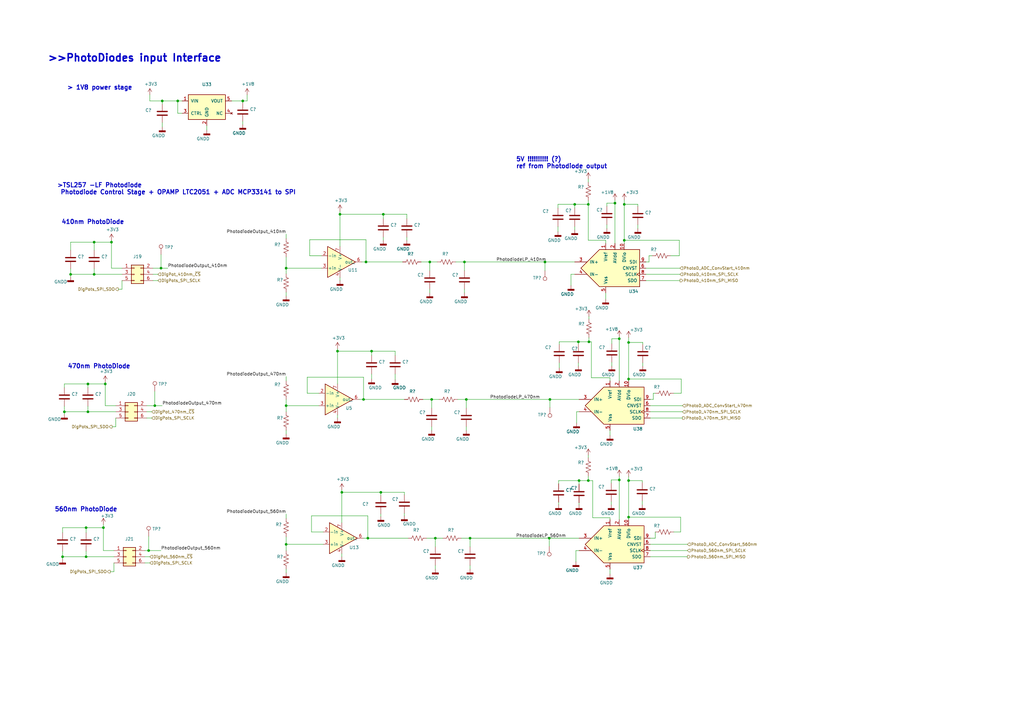
<source format=kicad_sch>
(kicad_sch (version 20211123) (generator eeschema)
  (paper "A3")
  (title_block (title "FPS-2: Fiber Photometry System") (date "February 2020") (rev "v1_revB-I") (company "Neurophotometric") (comment 3 "FPS-2") (comment 4 "OpenEhys"))
  (junction (at 176.276 107.442))
  (junction (at 38.608 99.314))
  (junction (at 257.81 197.104))
  (junction (at 117.348 223.266))
  (junction (at 190.5 107.442))
  (junction (at 66.04 109.982))
  (junction (at 28.956 112.522))
  (junction (at 72.898 41.402))
  (junction (at 117.348 166.37))
  (junction (at 99.568 41.402))
  (junction (at 177.038 163.83))
  (junction (at 237.236 140.208))
  (junction (at 254 196.85))
  (junction (at 256.032 98.552))
  (junction (at 192.786 220.726))
  (junction (at 223.52 107.442))
  (junction (at 257.81 140.462))
  (junction (at 36.068 157.48))
  (junction (at 26.416 168.91))
  (junction (at 43.18 157.48))
  (junction (at 225.298 220.726))
  (junction (at 117.348 109.982))
  (junction (at 157.226 87.884))
  (junction (at 241.3 83.82))
  (junction (at 256.032 83.82))
  (junction (at 252.222 83.312))
  (junction (at 257.81 155.448))
  (junction (at 237.49 197.104))
  (junction (at 191.262 163.83))
  (junction (at 152.4 144.018))
  (junction (at 257.81 212.09))
  (junction (at 149.098 163.83))
  (junction (at 225.552 163.83))
  (junction (at 140.208 201.93))
  (junction (at 35.306 228.346))
  (junction (at 63.5 166.37))
  (junction (at 35.306 216.408))
  (junction (at 139.446 87.884))
  (junction (at 38.608 112.522))
  (junction (at 241.3 197.104))
  (junction (at 150.114 107.442))
  (junction (at 241.554 140.208))
  (junction (at 235.712 83.82))
  (junction (at 150.876 220.726))
  (junction (at 178.562 220.726))
  (junction (at 138.43 144.018))
  (junction (at 156.21 201.93))
  (junction (at 66.548 41.402))
  (junction (at 25.654 228.346))
  (junction (at 254 138.938))
  (junction (at 36.068 168.91))
  (junction (at 45.72 99.314))
  (junction (at 42.418 216.408))
  (junction (at 60.96 225.806))
  (wire (pts (xy 162.052 155.702) (xy 162.052 153.416)))
  (wire (pts (xy 250.19 178.562) (xy 250.19 176.53)))
  (wire (pts (xy 279.908 171.45) (xy 266.7 171.45)))
  (wire (pts (xy 150.114 98.298) (xy 150.114 107.442)))
  (wire (pts (xy 241.3 187.706) (xy 241.3 186.69)))
  (wire (pts (xy 241.3 83.82) (xy 241.3 82.296)))
  (wire (pts (xy 46.736 234.442) (xy 46.736 230.886)))
  (wire (pts (xy 66.04 109.982) (xy 68.834 109.982)))
  (wire (pts (xy 252.222 99.822) (xy 252.222 83.312)))
  (wire (pts (xy 28.956 112.522) (xy 38.608 112.522)))
  (wire (pts (xy 117.348 223.266) (xy 117.348 220.218)))
  (wire (pts (xy 25.654 226.06) (xy 25.654 228.346)))
  (wire (pts (xy 186.944 107.442) (xy 190.5 107.442)))
  (wire (pts (xy 117.348 156.21) (xy 117.348 154.432)))
  (wire (pts (xy 150.876 211.582) (xy 150.876 220.726)))
  (wire (pts (xy 157.226 87.884) (xy 166.878 87.884)))
  (wire (pts (xy 237.236 140.208) (xy 241.554 140.208)))
  (wire (pts (xy 140.208 228.346) (xy 140.208 227.076)))
  (wire (pts (xy 117.348 234.95) (xy 117.348 233.426)))
  (wire (pts (xy 63.5 166.37) (xy 63.5 160.528)))
  (wire (pts (xy 237.236 141.224) (xy 237.236 140.208)))
  (wire (pts (xy 241.3 74.676) (xy 241.3 73.406)))
  (wire (pts (xy 127.762 211.582) (xy 150.876 211.582)))
  (wire (pts (xy 64.77 112.522) (xy 62.738 112.522)))
  (wire (pts (xy 46.736 225.806) (xy 42.418 225.806)))
  (wire (pts (xy 241.3 195.326) (xy 241.3 197.104)))
  (wire (pts (xy 117.348 168.91) (xy 117.348 166.37)))
  (wire (pts (xy 281.94 225.806) (xy 266.7 225.806)))
  (wire (pts (xy 36.068 157.48) (xy 43.18 157.48)))
  (wire (pts (xy 26.416 159.004) (xy 26.416 157.48)))
  (wire (pts (xy 138.43 171.45) (xy 138.43 170.18)))
  (wire (pts (xy 117.348 166.37) (xy 130.81 166.37)))
  (wire (pts (xy 162.052 144.018) (xy 162.052 145.796)))
  (wire (pts (xy 235.712 94.234) (xy 235.712 92.964)))
  (wire (pts (xy 117.348 223.266) (xy 132.588 223.266)))
  (wire (pts (xy 250.19 212.344) (xy 243.078 212.344)))
  (wire (pts (xy 149.098 220.726) (xy 150.876 220.726)))
  (wire (pts (xy 279.4 161.29) (xy 279.4 155.448)))
  (wire (pts (xy 261.62 83.82) (xy 256.032 83.82)))
  (wire (pts (xy 263.398 197.104) (xy 257.81 197.104)))
  (wire (pts (xy 257.81 212.09) (xy 279.146 212.09)))
  (wire (pts (xy 64.77 115.062) (xy 62.738 115.062)))
  (wire (pts (xy 242.57 154.94) (xy 242.57 140.208)))
  (wire (pts (xy 279.146 212.09) (xy 279.146 218.186)))
  (wire (pts (xy 157.226 98.552) (xy 157.226 97.282)))
  (wire (pts (xy 235.712 85.344) (xy 235.712 83.82)))
  (wire (pts (xy 250.19 233.426) (xy 250.19 235.458)))
  (wire (pts (xy 241.3 98.552) (xy 248.412 98.552)))
  (wire (pts (xy 127 98.298) (xy 150.114 98.298)))
  (wire (pts (xy 248.92 83.312) (xy 252.222 83.312)))
  (wire (pts (xy 36.068 166.624) (xy 36.068 168.91)))
  (wire (pts (xy 266.7 220.726) (xy 268.732 220.726)))
  (wire (pts (xy 189.23 220.726) (xy 192.786 220.726)))
  (wire (pts (xy 42.418 225.806) (xy 42.418 216.408)))
  (wire (pts (xy 190.5 107.442) (xy 223.52 107.442)))
  (wire (pts (xy 276.352 161.29) (xy 279.4 161.29)))
  (wire (pts (xy 38.608 102.616) (xy 38.608 99.314)))
  (wire (pts (xy 117.348 109.982) (xy 131.826 109.982)))
  (wire (pts (xy 225.552 167.132) (xy 225.552 163.83)))
  (wire (pts (xy 147.32 163.83) (xy 149.098 163.83)))
  (wire (pts (xy 237.49 207.01) (xy 237.49 206.248)))
  (wire (pts (xy 66.04 104.394) (xy 66.04 109.982)))
  (wire (pts (xy 257.81 138.43) (xy 257.81 140.462)))
  (wire (pts (xy 127 98.298) (xy 127 104.902)))
  (wire (pts (xy 192.786 224.282) (xy 192.786 220.726)))
  (wire (pts (xy 229.362 150.876) (xy 229.362 148.844)))
  (wire (pts (xy 117.348 178.054) (xy 117.348 176.53)))
  (wire (pts (xy 25.654 218.44) (xy 25.654 216.408)))
  (wire (pts (xy 166.878 98.552) (xy 166.878 97.282)))
  (wire (pts (xy 235.712 83.82) (xy 241.3 83.82)))
  (wire (pts (xy 225.298 220.726) (xy 237.49 220.726)))
  (wire (pts (xy 140.208 200.914) (xy 140.208 201.93)))
  (wire (pts (xy 38.608 99.314) (xy 45.72 99.314)))
  (wire (pts (xy 176.276 120.142) (xy 176.276 118.618)))
  (wire (pts (xy 61.468 230.886) (xy 59.436 230.886)))
  (wire (pts (xy 139.446 87.884) (xy 157.226 87.884)))
  (wire (pts (xy 66.548 42.672) (xy 66.548 41.402)))
  (wire (pts (xy 62.738 109.982) (xy 66.04 109.982)))
  (wire (pts (xy 225.298 224.028) (xy 225.298 220.726)))
  (wire (pts (xy 25.654 216.408) (xy 35.306 216.408)))
  (wire (pts (xy 165.862 201.93) (xy 165.862 202.946)))
  (wire (pts (xy 257.81 155.448) (xy 279.4 155.448)))
  (wire (pts (xy 47.498 175.006) (xy 47.498 171.45)))
  (wire (pts (xy 28.956 110.236) (xy 28.956 112.522)))
  (wire (pts (xy 261.62 84.582) (xy 261.62 83.82)))
  (wire (pts (xy 241.3 197.104) (xy 243.078 197.104)))
  (wire (pts (xy 26.416 168.91) (xy 36.068 168.91)))
  (wire (pts (xy 152.4 144.018) (xy 162.052 144.018)))
  (wire (pts (xy 266.7 223.266) (xy 281.94 223.266)))
  (wire (pts (xy 237.49 225.806) (xy 236.22 225.806)))
  (wire (pts (xy 117.348 121.412) (xy 117.348 119.888)))
  (wire (pts (xy 257.81 197.104) (xy 257.81 212.09)))
  (wire (pts (xy 59.436 225.806) (xy 60.96 225.806)))
  (wire (pts (xy 66.548 41.402) (xy 72.898 41.402)))
  (wire (pts (xy 263.652 141.224) (xy 263.652 140.462)))
  (wire (pts (xy 117.348 166.37) (xy 117.348 163.83)))
  (wire (pts (xy 263.398 197.866) (xy 263.398 197.104)))
  (wire (pts (xy 101.346 41.402) (xy 101.346 38.862)))
  (wire (pts (xy 237.49 198.628) (xy 237.49 197.104)))
  (wire (pts (xy 256.032 98.552) (xy 278.638 98.552)))
  (wire (pts (xy 138.43 144.018) (xy 152.4 144.018)))
  (wire (pts (xy 190.5 120.142) (xy 190.5 118.618)))
  (wire (pts (xy 99.568 41.402) (xy 101.346 41.402)))
  (wire (pts (xy 236.474 173.482) (xy 236.474 168.91)))
  (wire (pts (xy 225.552 163.83) (xy 237.49 163.83)))
  (wire (pts (xy 38.608 110.236) (xy 38.608 112.522)))
  (wire (pts (xy 254 156.21) (xy 254 138.938)))
  (wire (pts (xy 279.146 218.186) (xy 276.352 218.186)))
  (wire (pts (xy 191.262 167.386) (xy 191.262 163.83)))
  (wire (pts (xy 264.922 107.442) (xy 266.192 107.442)))
  (wire (pts (xy 150.876 220.726) (xy 167.386 220.726)))
  (wire (pts (xy 254 213.106) (xy 254 196.85)))
  (wire (pts (xy 229.362 140.208) (xy 237.236 140.208)))
  (wire (pts (xy 99.568 42.164) (xy 99.568 41.402)))
  (wire (pts (xy 250.19 156.21) (xy 250.19 154.94)))
  (wire (pts (xy 148.336 107.442) (xy 150.114 107.442)))
  (wire (pts (xy 278.638 104.902) (xy 278.638 98.552)))
  (wire (pts (xy 263.652 150.114) (xy 263.652 148.844)))
  (wire (pts (xy 43.18 157.48) (xy 43.18 156.718)))
  (wire (pts (xy 250.952 140.97) (xy 250.952 138.938)))
  (wire (pts (xy 263.652 140.462) (xy 257.81 140.462)))
  (wire (pts (xy 152.4 145.796) (xy 152.4 144.018)))
  (wire (pts (xy 117.348 112.268) (xy 117.348 109.982)))
  (wire (pts (xy 117.348 225.806) (xy 117.348 223.266)))
  (wire (pts (xy 140.208 201.93) (xy 140.208 214.376)))
  (wire (pts (xy 263.398 207.01) (xy 263.398 205.486)))
  (wire (pts (xy 266.7 163.83) (xy 267.97 163.83)))
  (wire (pts (xy 191.262 163.83) (xy 225.552 163.83)))
  (wire (pts (xy 178.562 220.726) (xy 181.61 220.726)))
  (wire (pts (xy 250.698 196.85) (xy 254 196.85)))
  (wire (pts (xy 256.032 82.042) (xy 256.032 83.82)))
  (wire (pts (xy 35.306 226.06) (xy 35.306 228.346)))
  (wire (pts (xy 248.412 99.822) (xy 248.412 98.552)))
  (wire (pts (xy 131.826 104.902) (xy 127 104.902)))
  (wire (pts (xy 267.97 161.29) (xy 268.732 161.29)))
  (wire (pts (xy 241.3 98.552) (xy 241.3 83.82)))
  (wire (pts (xy 223.52 107.442) (xy 235.712 107.442)))
  (wire (pts (xy 166.878 87.884) (xy 166.878 89.662)))
  (wire (pts (xy 192.786 220.726) (xy 225.298 220.726)))
  (wire (pts (xy 60.198 166.37) (xy 63.5 166.37)))
  (wire (pts (xy 250.698 198.12) (xy 250.698 196.85)))
  (wire (pts (xy 28.956 112.522) (xy 28.956 113.538)))
  (wire (pts (xy 125.984 154.686) (xy 149.098 154.686)))
  (wire (pts (xy 176.276 107.442) (xy 179.324 107.442)))
  (wire (pts (xy 234.188 117.094) (xy 234.188 112.522)))
  (wire (pts (xy 35.306 218.44) (xy 35.306 216.408)))
  (wire (pts (xy 45.212 234.442) (xy 46.736 234.442)))
  (wire (pts (xy 25.654 228.346) (xy 25.654 229.362)))
  (wire (pts (xy 156.21 203.2) (xy 156.21 201.93)))
  (wire (pts (xy 50.038 109.982) (xy 45.72 109.982)))
  (wire (pts (xy 176.276 110.998) (xy 176.276 107.442)))
  (wire (pts (xy 256.032 83.82) (xy 256.032 98.552)))
  (wire (pts (xy 25.654 228.346) (xy 35.306 228.346)))
  (wire (pts (xy 117.348 212.598) (xy 117.348 210.82)))
  (wire (pts (xy 61.468 41.402) (xy 61.468 38.862)))
  (wire (pts (xy 66.548 52.07) (xy 66.548 50.292)))
  (wire (pts (xy 43.18 166.37) (xy 43.18 157.48)))
  (wire (pts (xy 237.49 197.104) (xy 241.3 197.104)))
  (wire (pts (xy 177.038 163.83) (xy 180.086 163.83)))
  (wire (pts (xy 60.96 219.964) (xy 60.96 225.806)))
  (wire (pts (xy 250.952 138.938) (xy 254 138.938)))
  (wire (pts (xy 60.96 225.806) (xy 66.04 225.806)))
  (wire (pts (xy 191.262 176.53) (xy 191.262 175.006)))
  (wire (pts (xy 125.984 154.686) (xy 125.984 161.29)))
  (wire (pts (xy 229.362 140.208) (xy 229.362 141.224)))
  (wire (pts (xy 42.418 216.408) (xy 42.418 215.138)))
  (wire (pts (xy 266.7 166.37) (xy 279.908 166.37)))
  (wire (pts (xy 178.562 224.282) (xy 178.562 220.726)))
  (wire (pts (xy 241.554 140.208) (xy 241.554 138.43)))
  (wire (pts (xy 74.676 46.482) (xy 72.898 46.482)))
  (wire (pts (xy 94.996 41.402) (xy 99.568 41.402)))
  (wire (pts (xy 229.108 198.374) (xy 229.108 197.104)))
  (wire (pts (xy 139.446 87.884) (xy 139.446 101.092)))
  (wire (pts (xy 254 138.938) (xy 254 138.176)))
  (wire (pts (xy 250.19 213.106) (xy 250.19 212.344)))
  (wire (pts (xy 177.038 167.386) (xy 177.038 163.83)))
  (wire (pts (xy 190.5 110.998) (xy 190.5 107.442)))
  (wire (pts (xy 278.892 112.522) (xy 264.922 112.522)))
  (wire (pts (xy 250.952 150.114) (xy 250.952 148.59)))
  (wire (pts (xy 261.62 93.726) (xy 261.62 92.202)))
  (wire (pts (xy 62.23 168.91) (xy 60.198 168.91)))
  (wire (pts (xy 138.43 144.018) (xy 138.43 157.48)))
  (wire (pts (xy 74.676 41.402) (xy 72.898 41.402)))
  (wire (pts (xy 248.412 122.682) (xy 248.412 120.142)))
  (wire (pts (xy 66.548 41.402) (xy 61.468 41.402)))
  (wire (pts (xy 187.706 163.83) (xy 191.262 163.83)))
  (wire (pts (xy 172.72 107.442) (xy 176.276 107.442)))
  (wire (pts (xy 26.416 157.48) (xy 36.068 157.48)))
  (wire (pts (xy 192.786 233.426) (xy 192.786 231.902)))
  (wire (pts (xy 177.038 176.53) (xy 177.038 175.006)))
  (wire (pts (xy 254 196.85) (xy 254 195.326)))
  (wire (pts (xy 275.082 104.902) (xy 278.638 104.902)))
  (wire (pts (xy 117.348 97.79) (xy 117.348 96.012)))
  (wire (pts (xy 47.498 166.37) (xy 43.18 166.37)))
  (wire (pts (xy 127.762 218.186) (xy 132.588 218.186)))
  (wire (pts (xy 257.81 212.09) (xy 257.81 213.106)))
  (wire (pts (xy 140.208 201.93) (xy 156.21 201.93)))
  (wire (pts (xy 257.81 155.448) (xy 257.81 156.21)))
  (wire (pts (xy 165.862 211.582) (xy 165.862 210.566)))
  (wire (pts (xy 28.956 99.314) (xy 38.608 99.314)))
  (wire (pts (xy 45.72 99.314) (xy 45.72 98.552)))
  (wire (pts (xy 173.482 163.83) (xy 177.038 163.83)))
  (wire (pts (xy 84.836 53.34) (xy 84.836 51.562)))
  (wire (pts (xy 26.416 168.91) (xy 26.416 169.926)))
  (wire (pts (xy 267.97 163.83) (xy 267.97 161.29)))
  (wire (pts (xy 223.52 110.998) (xy 223.52 107.442)))
  (wire (pts (xy 175.006 220.726) (xy 178.562 220.726)))
  (wire (pts (xy 229.108 197.104) (xy 237.49 197.104)))
  (wire (pts (xy 156.21 201.93) (xy 165.862 201.93)))
  (wire (pts (xy 241.554 130.81) (xy 241.554 129.794)))
  (wire (pts (xy 139.446 86.614) (xy 139.446 87.884)))
  (wire (pts (xy 62.23 171.45) (xy 60.198 171.45)))
  (wire (pts (xy 130.81 161.29) (xy 125.984 161.29)))
  (wire (pts (xy 268.732 220.726) (xy 268.732 218.186)))
  (wire (pts (xy 257.81 195.453) (xy 257.81 197.104)))
  (wire (pts (xy 278.892 109.982) (xy 264.922 109.982)))
  (wire (pts (xy 150.114 107.442) (xy 165.1 107.442)))
  (wire (pts (xy 127.762 211.582) (xy 127.762 218.186)))
  (wire (pts (xy 237.236 150.114) (xy 237.236 148.844)))
  (wire (pts (xy 242.57 140.208) (xy 241.554 140.208)))
  (wire (pts (xy 28.956 102.616) (xy 28.956 99.314)))
  (wire (pts (xy 139.446 115.062) (xy 139.446 113.792)))
  (wire (pts (xy 50.038 118.618) (xy 50.038 115.062)))
  (wire (pts (xy 278.892 115.062) (xy 264.922 115.062)))
  (wire (pts (xy 72.898 46.482) (xy 72.898 41.402)))
  (wire (pts (xy 281.94 228.346) (xy 266.7 228.346)))
  (wire (pts (xy 250.698 207.01) (xy 250.698 205.74)))
  (wire (pts (xy 26.416 166.624) (xy 26.416 168.91)))
  (wire (pts (xy 236.474 168.91) (xy 237.49 168.91)))
  (wire (pts (xy 63.5 166.37) (xy 66.548 166.37)))
  (wire (pts (xy 228.854 83.82) (xy 235.712 83.82)))
  (wire (pts (xy 99.568 51.054) (xy 99.568 49.784)))
  (wire (pts (xy 35.306 216.408) (xy 42.418 216.408)))
  (wire (pts (xy 228.854 85.344) (xy 228.854 83.82)))
  (wire (pts (xy 138.43 143.002) (xy 138.43 144.018)))
  (wire (pts (xy 157.226 89.662) (xy 157.226 87.884)))
  (wire (pts (xy 243.078 212.344) (xy 243.078 197.104)))
  (wire (pts (xy 266.192 104.902) (xy 267.462 104.902)))
  (wire (pts (xy 149.098 163.83) (xy 165.862 163.83)))
  (wire (pts (xy 279.908 168.91) (xy 266.7 168.91)))
  (wire (pts (xy 257.81 140.462) (xy 257.81 155.448)))
  (wire (pts (xy 36.068 159.004) (xy 36.068 157.48)))
  (wire (pts (xy 266.192 107.442) (xy 266.192 104.902)))
  (wire (pts (xy 229.108 207.01) (xy 229.108 205.994)))
  (wire (pts (xy 45.974 175.006) (xy 47.498 175.006)))
  (wire (pts (xy 35.306 228.346) (xy 46.736 228.346)))
  (wire (pts (xy 178.562 233.426) (xy 178.562 231.902)))
  (wire (pts (xy 250.19 154.94) (xy 242.57 154.94)))
  (wire (pts (xy 256.032 98.552) (xy 256.032 99.822)))
  (wire (pts (xy 234.188 112.522) (xy 235.712 112.522)))
  (wire (pts (xy 152.4 155.448) (xy 152.4 153.416)))
  (wire (pts (xy 156.21 211.836) (xy 156.21 210.82)))
  (wire (pts (xy 36.068 168.91) (xy 47.498 168.91)))
  (wire (pts (xy 117.348 109.982) (xy 117.348 105.41)))
  (wire (pts (xy 61.468 228.346) (xy 59.436 228.346)))
  (wire (pts (xy 38.608 112.522) (xy 50.038 112.522)))
  (wire (pts (xy 228.854 94.996) (xy 228.854 92.964)))
  (wire (pts (xy 248.92 93.726) (xy 248.92 92.202)))
  (wire (pts (xy 236.22 225.806) (xy 236.22 230.378)))
  (wire (pts (xy 248.92 84.582) (xy 248.92 83.312)))
  (wire (pts (xy 149.098 163.83) (xy 149.098 154.686)))
  (wire (pts (xy 252.222 83.312) (xy 252.222 82.042)))
  (wire (pts (xy 45.72 109.982) (xy 45.72 99.314)))
  (wire (pts (xy 48.514 118.618) (xy 50.038 118.618)))
  (text "5V !!!!!!!!!! (?)\nref from Photodiode output" (at 211.582 69.342 0) (effects (font (size 1.778 1.778) (thickness 0.3556) bold) (justify left bottom)))
  (text "560nm PhotoDiode" (at 22.352 210.058 0) (effects (font (size 1.778 1.778) (thickness 0.3556) bold) (justify left bottom)))
  (text "> 1V8 power stage" (at 27.432 37.084 0) (effects (font (size 1.8034 1.8034) (thickness 0.3607) bold) (justify left bottom)))
  (text "470nm PhotoDiode" (at 27.686 151.384 0) (effects (font (size 1.778 1.778) (thickness 0.3556) bold) (justify left bottom)))
  (text ">TSL257 -LF Photodiode\n Photodiode Control Stage + OPAMP LTC2051 + ADC MCP33141 to SPI" (at 23.368 80.01 0) (effects (font (size 1.778 1.778) (thickness 0.3556) bold) (justify left bottom)))
  (text "410nm PhotoDiode" (at 25.146 92.202 0) (effects (font (size 1.778 1.778) (thickness 0.3556) bold) (justify left bottom)))
  (text ">>PhotoDiodes input Interface" (at 19.431 25.654 0) (effects (font (size 2.9972 2.9972) (thickness 0.5994) bold) (justify left bottom)))
  (label "PhotodiodeLP_410nm" (at 224.028 107.442 180))
  (label "PhotodiodeOutput_560nm" (at 117.348 210.82 180))
  (label "PhotodiodeLP_470nm" (at 221.488 163.83 180))
  (label "PhotodiodeOutput_470nm" (at 117.348 154.432 180))
  (label "PhotodiodeLP_560nm" (at 232.156 220.726 180))
  (label "PhotodiodeOutput_560nm" (at 66.04 225.806 0))
  (label "PhotodiodeOutput_410nm" (at 117.348 96.012 180))
  (label "PhotodiodeOutput_470nm" (at 66.548 166.37 0))
  (label "PhotodiodeOutput_410nm" (at 68.834 109.982 0))
  (hierarchical_label "DigPots_SPI_SDO" (shape output) (at 45.212 234.442 180) (effects (font (size 1.1938 1.1938))))
  (hierarchical_label "DigPot_560nm_~{CS}" (shape input) (at 61.468 228.346 0) (effects (font (size 1.1938 1.1938))))
  (hierarchical_label "DigPots_SPI_SDO" (shape output) (at 45.974 175.006 180) (effects (font (size 1.1938 1.1938))))
  (hierarchical_label "DigPots_SPI_SCLK" (shape input) (at 64.77 115.062 0) (effects (font (size 1.1938 1.1938))))
  (hierarchical_label "PhotoD_ADC_ConvStart_410nm" (shape input) (at 278.892 109.982 0) (effects (font (size 1.1938 1.1938))))
  (hierarchical_label "PhotoD_410nm_SPI_MISO" (shape output) (at 278.892 115.062 0) (effects (font (size 1.1938 1.1938))))
  (hierarchical_label "PhotoD_470nm_SPI_MISO" (shape output) (at 279.908 171.45 0) (effects (font (size 1.1938 1.1938))))
  (hierarchical_label "PhotoD_410nm_SPI_SCLK" (shape input) (at 278.892 112.522 0) (effects (font (size 1.1938 1.1938))))
  (hierarchical_label "PhotoD_560nm_SPI_MISO" (shape output) (at 281.94 228.346 0) (effects (font (size 1.1938 1.1938))))
  (hierarchical_label "PhotoD_470nm_SPI_SCLK" (shape input) (at 279.908 168.91 0) (effects (font (size 1.1938 1.1938))))
  (hierarchical_label "DigPots_SPI_SDO" (shape output) (at 48.514 118.618 180) (effects (font (size 1.1938 1.1938))))
  (hierarchical_label "PhotoD_ADC_ConvStart_470nm" (shape input) (at 279.908 166.37 0) (effects (font (size 1.1938 1.1938))))
  (hierarchical_label "PhotoD_ADC_ConvStart_560nm" (shape input) (at 281.94 223.266 0) (effects (font (size 1.1938 1.1938))))
  (hierarchical_label "DigPot_470nm_~{CS}" (shape input) (at 62.23 168.91 0) (effects (font (size 1.1938 1.1938))))
  (hierarchical_label "PhotoD_560nm_SPI_SCLK" (shape input) (at 281.94 225.806 0) (effects (font (size 1.1938 1.1938))))
  (hierarchical_label "DigPots_SPI_SCLK" (shape input) (at 61.468 230.886 0) (effects (font (size 1.1938 1.1938))))
  (hierarchical_label "DigPots_SPI_SCLK" (shape input) (at 62.23 171.45 0) (effects (font (size 1.1938 1.1938))))
  (hierarchical_label "DigPot_410nm_~{CS}" (shape input) (at 64.77 112.522 0) (effects (font (size 1.1938 1.1938))))
  (symbol (lib_id "Device:R_US") (at 117.348 172.72 180) (unit 1)
    (property "Reference" "R?" (at 114.808 171.45 0))
    (property "Description" "-" (effects hide))
    (property "Comment" "-" (effects hide))
    (property "MnfctCode" "-" (effects hide))
    (property "Provider" "-" (effects hide))
    (property "ProviderCode" "-" (effects hide))
    (property "Comment2" "-" (effects hide))
    (property "Mnfct" "-" (effects hide))
  )
  (symbol (lib_id "Device:R_US") (at 117.348 160.02 0) (unit 1)
    (property "Reference" "R?" (at 113.792 157.734 0))
    (property "Description" "Thick Film Resistors - SMD 0603 10.0ohms 1% AEC-Q200" (effects hide))
    (property "Comment" "-" (effects hide))
    (property "MnfctCode" "ERJ-3EKF10R0V" (effects hide))
    (property "Provider" "Mouser" (effects hide))
    (property "ProviderCode" "667-ERJ-3EKF10R0V" (effects hide))
    (property "Comment2" "-" (effects hide))
    (property "Mnfct" "Panasonic" (effects hide))
  )
  (symbol (lib_id "FPS-2_v1_revB_II-rescue:+3.3V-power") (at 241.554 129.794 0) (unit 1)
    (property "Reference" "#PWR?" (effects hide))
  )
  (symbol (lib_id "Device:C") (at 237.236 145.034 0) (mirror y) (unit 1)
    (property "Reference" "C?" (at 236.982 143.002 0) (effects (justify left)))
    (property "Description" "MLayer CerCap SMD 0805 16VDC 10uF 20% X5R" (effects hide))
    (property "Comment" "-" (effects hide))
    (property "MnfctCode" "EMK212ABJ106MG-T" (effects hide))
    (property "Provider" "Mouser" (effects hide))
    (property "ProviderCode" "963-EMK212ABJ106MG-T" (effects hide))
    (property "Comment2" "-" (effects hide))
    (property "Mnfct" "Taiyo Yuden" (effects hide))
  )
  (symbol (lib_id "FPS-2_v1_revB_II-rescue:+3.3V-power") (at 257.81 138.43 0) (unit 1)
    (property "Reference" "#PWR?" (effects hide))
  )
  (symbol (lib_id "power:+1V8") (at 254 138.176 0) (unit 1)
    (property "Reference" "#PWR?" (effects hide))
  )
  (symbol (lib_id "Device:C") (at 26.416 162.814 0) (unit 1)
    (property "Reference" "C?" (at 29.337 161.6456 0) (effects (justify left)))
    (property "Description" "MLayer CerCap SMD 0805 16VDC 10uF 20% X5R" (effects hide))
    (property "Comment" "-" (effects hide))
    (property "MnfctCode" "EMK212ABJ106MG-T" (effects hide))
    (property "Provider" "Mouser" (effects hide))
    (property "ProviderCode" "963-EMK212ABJ106MG-T" (effects hide))
    (property "Comment2" "-" (effects hide))
    (property "Mnfct" "Taiyo Yuden" (effects hide))
  )
  (symbol (lib_id "Device:R_US") (at 272.542 161.29 270) (unit 1)
    (property "Reference" "R?" (at 269.367 158.75 90))
    (property "Description" "Thick Film Resistors - SMD 0.0ohm 1%" (effects hide))
    (property "Comment" "-" (effects hide))
    (property "MnfctCode" "RC0603FR-070RL" (effects hide))
    (property "Provider" "Mouser" (effects hide))
    (property "ProviderCode" "603-RC0603FR-070RL" (effects hide))
    (property "Mnfct" "Yageo" (effects hide))
  )
  (symbol (lib_id "Connector:TestPoint") (at 225.552 167.132 180) (unit 1)
    (property "Reference" "TP?" (at 224.0788 170.1292 0) (effects (justify left)))
    (property "Description" "TestPoint" (effects hide))
    (property "Comment" "TestPoint" (effects hide))
    (property "Comment2" "-" (effects hide))
    (property "MnfctCode" "-" (effects hide))
    (property "Provider" "-" (effects hide))
    (property "ProviderCode" "-" (effects hide))
    (property "Mnfct" "-" (effects hide))
  )
  (symbol (lib_id "Connector:TestPoint") (at 63.5 160.528 0) (unit 1)
    (property "Reference" "TP?" (at 64.9732 157.5308 0) (effects (justify left)))
    (property "Description" "TestPoint" (effects hide))
    (property "Comment" "TestPoint" (effects hide))
    (property "Comment2" "-" (effects hide))
    (property "MnfctCode" "-" (effects hide))
    (property "Provider" "-" (effects hide))
    (property "ProviderCode" "-" (effects hide))
    (property "Mnfct" "-" (effects hide))
  )
  (symbol (lib_id "Device:C") (at 263.652 145.034 0) (unit 1)
    (property "Reference" "C?" (at 264.414 142.621 0) (effects (justify left)))
    (property "Description" "Multilayer Ceramic Capacitors MLCC - SMD/SMT 100nF 50V X7R 10%" (effects hide))
    (property "Comment" "100n 50V" (effects hide))
    (property "Mnfct" "Yageo" (effects hide))
    (property "ProviderCode" "603-CC603KRX7R9BB104" (effects hide))
    (property "Provider" "Mouser" (effects hide))
    (property "MnfctCode" "CC603KRX7R9BB104" (effects hide))
    (property "Comment2" "-" (effects hide))
  )
  (symbol (lib_id "Device:C") (at 250.952 144.78 0) (unit 1)
    (property "Reference" "C?" (at 245.618 142.494 0) (effects (justify left)))
    (property "Description" "Multilayer Ceramic Capacitors MLCC - SMD/SMT 0603 16V 4.7uF X6S 10% T: 0.8mm" (effects hide))
    (property "Comment" "Multilayer Ceramic SMD 0603 16V 4.7uF X6S" (effects hide))
    (property "MnfctCode" "C1608X6S1C475K080AC " (effects hide))
    (property "Provider" "Mouser" (effects hide))
    (property "ProviderCode" "810-C1608X6S1C475K" (effects hide))
    (property "Comment2" "-" (effects hide))
    (property "Mnfct" "TDK" (effects hide))
  )
  (symbol (lib_id "FPS-2_v1:MCP33151") (at 252.73 166.37 0) (unit 1)
    (property "Reference" "U38" (at 261.62 175.895 0))
    (property "Description" "ADC 14-bit,1 Msps, single channel, differential SAR ADC" (effects hide))
    (property "Comment" "Analog to Digital Converters - ADC 14-bit,1 Msps, single channel, differential SAR" (effects hide))
    (property "Comment2" "Photodiode Pos-Amp ADC" (effects hide))
    (property "MnfctCode" "MCP33151D-10-E/MS" (effects hide))
    (property "Provider" "Mouser" (effects hide))
    (property "ProviderCode" "579-CP33151D-10-E/MS" (effects hide))
    (property "Mnfct" "Microchip" (effects hide))
  )
  (symbol (lib_id "Device:R_US") (at 117.348 229.616 180) (unit 1)
    (property "Reference" "R?" (at 114.808 228.346 0))
    (property "Description" "-" (effects hide))
    (property "Comment" "-" (effects hide))
    (property "MnfctCode" "-" (effects hide))
    (property "Provider" "-" (effects hide))
    (property "ProviderCode" "-" (effects hide))
    (property "Comment2" "-" (effects hide))
    (property "Mnfct" "-" (effects hide))
  )
  (symbol (lib_id "Device:R_US") (at 117.348 216.408 180) (unit 1)
    (property "Reference" "R?" (at 114.3 215.138 0))
    (property "Description" "Thick Film Resistors - SMD 0603 10.0ohms 1% AEC-Q200" (effects hide))
    (property "Comment" "-" (effects hide))
    (property "MnfctCode" "ERJ-3EKF10R0V" (effects hide))
    (property "Provider" "Mouser" (effects hide))
    (property "ProviderCode" "667-ERJ-3EKF10R0V" (effects hide))
    (property "Comment2" "-" (effects hide))
    (property "Mnfct" "Panasonic" (effects hide))
  )
  (symbol (lib_id "Device:C") (at 237.49 202.438 0) (mirror y) (unit 1)
    (property "Reference" "C?" (at 236.728 200.152 0) (effects (justify left)))
    (property "Description" "MLayer CerCap SMD 0805 16VDC 10uF 20% X5R" (effects hide))
    (property "Comment" "-" (effects hide))
    (property "MnfctCode" "EMK212ABJ106MG-T" (effects hide))
    (property "Provider" "Mouser" (effects hide))
    (property "ProviderCode" "963-EMK212ABJ106MG-T" (effects hide))
    (property "Comment2" "-" (effects hide))
    (property "Mnfct" "Taiyo Yuden" (effects hide))
  )
  (symbol (lib_id "FPS-2_v1_revB_II-rescue:+3.3V-power") (at 257.81 195.453 0) (unit 1)
    (property "Reference" "#PWR?" (effects hide))
  )
  (symbol (lib_id "power:+1V8") (at 254 195.326 0) (unit 1)
    (property "Reference" "#PWR?" (effects hide))
  )
  (symbol (lib_id "Device:C") (at 25.654 222.25 0) (unit 1)
    (property "Reference" "C?" (at 28.575 221.0816 0) (effects (justify left)))
    (property "Description" "MLayer CerCap SMD 0805 16VDC 10uF 20% X5R" (effects hide))
    (property "Comment" "-" (effects hide))
    (property "MnfctCode" "EMK212ABJ106MG-T" (effects hide))
    (property "Provider" "Mouser" (effects hide))
    (property "ProviderCode" "963-EMK212ABJ106MG-T" (effects hide))
    (property "Comment2" "-" (effects hide))
    (property "Mnfct" "Taiyo Yuden" (effects hide))
  )
  (symbol (lib_id "Device:R_US") (at 272.542 218.186 270) (unit 1)
    (property "Reference" "R?" (at 269.367 215.646 90))
    (property "Description" "Thick Film Resistors - SMD 0.0ohm 1%" (effects hide))
    (property "Comment" "-" (effects hide))
    (property "MnfctCode" "RC0603FR-070RL" (effects hide))
    (property "Provider" "Mouser" (effects hide))
    (property "ProviderCode" "603-RC0603FR-070RL" (effects hide))
    (property "Mnfct" "Yageo" (effects hide))
  )
  (symbol (lib_id "Connector:TestPoint") (at 225.298 224.028 180) (unit 1)
    (property "Reference" "TP?" (at 223.8248 227.0252 0) (effects (justify left)))
    (property "Description" "TestPoint" (effects hide))
    (property "Comment" "TestPoint" (effects hide))
    (property "Comment2" "-" (effects hide))
    (property "MnfctCode" "-" (effects hide))
    (property "Provider" "-" (effects hide))
    (property "ProviderCode" "-" (effects hide))
    (property "Mnfct" "-" (effects hide))
  )
  (symbol (lib_id "Connector:TestPoint") (at 60.96 219.964 0) (unit 1)
    (property "Reference" "TP?" (at 62.4332 216.9668 0) (effects (justify left)))
    (property "Description" "TestPoint" (effects hide))
    (property "Comment" "TestPoint" (effects hide))
    (property "Comment2" "-" (effects hide))
    (property "MnfctCode" "-" (effects hide))
    (property "Provider" "-" (effects hide))
    (property "ProviderCode" "-" (effects hide))
    (property "Mnfct" "-" (effects hide))
  )
  (symbol (lib_id "Device:C") (at 263.398 201.676 0) (unit 1)
    (property "Reference" "C?" (at 266.319 200.5076 0) (effects (justify left)))
    (property "Description" "Multilayer Ceramic Capacitors MLCC - SMD/SMT 100nF 50V X7R 10%" (effects hide))
    (property "Comment" "100n 50V" (effects hide))
    (property "Mnfct" "Yageo" (effects hide))
    (property "ProviderCode" "603-CC603KRX7R9BB104" (effects hide))
    (property "Provider" "Mouser" (effects hide))
    (property "MnfctCode" "CC603KRX7R9BB104" (effects hide))
    (property "Comment2" "-" (effects hide))
  )
  (symbol (lib_id "Device:C") (at 250.698 201.93 0) (unit 1)
    (property "Reference" "C?" (at 245.364 199.644 0) (effects (justify left)))
    (property "Description" "Multilayer Ceramic Capacitors MLCC - SMD/SMT 0603 16V 4.7uF X6S 10% T: 0.8mm" (effects hide))
    (property "Comment" "Multilayer Ceramic SMD 0603 16V 4.7uF X6S" (effects hide))
    (property "MnfctCode" "C1608X6S1C475K080AC " (effects hide))
    (property "Provider" "Mouser" (effects hide))
    (property "ProviderCode" "810-C1608X6S1C475K" (effects hide))
    (property "Comment2" "-" (effects hide))
    (property "Mnfct" "TDK" (effects hide))
  )
  (symbol (lib_id "FPS-2_v1:MCP33151") (at 252.73 223.266 0) (unit 1)
    (property "Reference" "U37" (at 261.62 232.791 0))
    (property "Description" "ADC 14-bit,1 Msps, single channel, differential SAR ADC" (effects hide))
    (property "Comment" "Analog to Digital Converters - ADC 14-bit,1 Msps, single channel, differential SAR" (effects hide))
    (property "Comment2" "Photodiode Pos-Amp ADC" (effects hide))
    (property "MnfctCode" "MCP33151D-10-E/MS" (effects hide))
    (property "Provider" "Mouser" (effects hide))
    (property "ProviderCode" "579-CP33151D-10-E/MS" (effects hide))
    (property "Mnfct" "Microchip" (effects hide))
  )
  (symbol (lib_id "FPS-2_v1_revB_II-rescue:+3.3V-power") (at 140.208 200.914 0) (unit 1)
    (property "Reference" "#PWR?" (effects hide))
  )
  (symbol (lib_id "Device:C") (at 156.21 207.01 0) (unit 1)
    (property "Reference" "C?" (at 148.59 206.756 0) (effects (justify left)))
    (property "Description" "MLayer CerCap SMD 0805 16VDC 10uF 20% X5R" (effects hide))
    (property "Comment" "-" (effects hide))
    (property "MnfctCode" "EMK212ABJ106MG-T" (effects hide))
    (property "Provider" "Mouser" (effects hide))
    (property "ProviderCode" "963-EMK212ABJ106MG-T" (effects hide))
    (property "Comment2" "-" (effects hide))
    (property "Mnfct" "Taiyo Yuden" (effects hide))
  )
  (symbol (lib_id "FPS-2_v1:MCP33151") (at 250.952 109.982 0) (unit 1)
    (property "Reference" "U34" (at 259.842 119.507 0))
    (property "Description" "ADC 14-bit,1 Msps, single channel, differential SAR ADC" (effects hide))
    (property "Comment" "Analog to Digital Converters - ADC 14-bit,1 Msps, single channel, differential SAR" (effects hide))
    (property "Comment2" "Photodiode Pos-Amp ADC" (effects hide))
    (property "MnfctCode" "MCP33151D-10-E/MS" (effects hide))
    (property "Provider" "Mouser" (effects hide))
    (property "ProviderCode" "579-CP33151D-10-E/MS" (effects hide))
    (property "Mnfct" "Microchip" (effects hide))
  )
  (symbol (lib_id "FPS-2_v1:TCR2LF") (at 84.836 43.942 0) (unit 1)
    (property "Reference" "U33" (at 84.836 34.6202 0))
    (property "Description" "LDO Voltage Regulators CMOS Point Regulator Single Output" (effects hide))
    (property "Comment" "1.8V fixed output; CERTIFICAR DIV RESISTIVO- É NECESSÀRIO??" (effects hide))
    (property "Comment2" "-" (effects hide))
    (property "MnfctCode" "TCR2EF18LMCT" (effects hide))
    (property "Provider" "Mouser" (effects hide))
    (property "ProviderCode" "757-TCR2EF18LMCT" (effects hide))
    (property "Mnfct" "Toshiba" (effects hide))
  )
  (symbol (lib_id "Device:C") (at 228.854 89.154 0) (unit 1)
    (property "Reference" "C?" (at 222.504 86.614 0) (effects (justify left)))
    (property "Description" "Multilayer Ceramic Capacitors MLCC - SMD/SMT 100nF 50V X7R 10%" (effects hide))
    (property "Comment" "100n 50V" (effects hide))
    (property "Mnfct" "Yageo" (effects hide))
    (property "ProviderCode" "603-CC603KRX7R9BB104" (effects hide))
    (property "Provider" "Mouser" (effects hide))
    (property "MnfctCode" "CC603KRX7R9BB104" (effects hide))
    (property "Comment2" "-" (effects hide))
  )
  (symbol (lib_id "Device:C") (at 166.878 93.472 0) (unit 1)
    (property "Reference" "C?" (at 169.799 92.3036 0) (effects (justify left)))
    (property "Description" "Multilayer Ceramic Capacitors MLCC - SMD/SMT 100nF 50V X7R 10%" (effects hide))
    (property "Comment" "100n 50V" (effects hide))
    (property "Mnfct" "Yageo" (effects hide))
    (property "ProviderCode" "603-CC603KRX7R9BB104" (effects hide))
    (property "Provider" "Mouser" (effects hide))
    (property "MnfctCode" "CC603KRX7R9BB104" (effects hide))
    (property "Comment2" "-" (effects hide))
  )
  (symbol (lib_id "Device:C") (at 229.362 145.034 0) (unit 1)
    (property "Reference" "C?" (at 223.52 142.494 0) (effects (justify left)))
    (property "Description" "Multilayer Ceramic Capacitors MLCC - SMD/SMT 100nF 50V X7R 10%" (effects hide))
    (property "Comment" "100n 50V" (effects hide))
    (property "Mnfct" "Yageo" (effects hide))
    (property "ProviderCode" "603-CC603KRX7R9BB104" (effects hide))
    (property "Provider" "Mouser" (effects hide))
    (property "MnfctCode" "CC603KRX7R9BB104" (effects hide))
    (property "Comment2" "-" (effects hide))
  )
  (symbol (lib_id "Device:C") (at 36.068 162.814 0) (unit 1)
    (property "Reference" "C?" (at 38.989 161.6456 0) (effects (justify left)))
    (property "Description" "Multilayer Ceramic Capacitors MLCC - SMD/SMT 100nF 50V X7R 10%" (effects hide))
    (property "Comment" "100n 50V" (effects hide))
    (property "Mnfct" "Yageo" (effects hide))
    (property "ProviderCode" "603-CC603KRX7R9BB104" (effects hide))
    (property "Provider" "Mouser" (effects hide))
    (property "MnfctCode" "CC603KRX7R9BB104" (effects hide))
    (property "Comment2" "-" (effects hide))
  )
  (symbol (lib_id "Device:C") (at 38.608 106.426 0) (unit 1)
    (property "Reference" "C?" (at 41.529 105.2576 0) (effects (justify left)))
    (property "Description" "Multilayer Ceramic Capacitors MLCC - SMD/SMT 100nF 50V X7R 10%" (effects hide))
    (property "Comment" "100n 50V" (effects hide))
    (property "Mnfct" "Yageo" (effects hide))
    (property "ProviderCode" "603-CC603KRX7R9BB104" (effects hide))
    (property "Provider" "Mouser" (effects hide))
    (property "MnfctCode" "CC603KRX7R9BB104" (effects hide))
    (property "Comment2" "-" (effects hide))
  )
  (symbol (lib_id "Device:C") (at 35.306 222.25 0) (unit 1)
    (property "Reference" "C?" (at 38.227 221.0816 0) (effects (justify left)))
    (property "Description" "Multilayer Ceramic Capacitors MLCC - SMD/SMT 100nF 50V X7R 10%" (effects hide))
    (property "Comment" "100n 50V" (effects hide))
    (property "Mnfct" "Yageo" (effects hide))
    (property "ProviderCode" "603-CC603KRX7R9BB104" (effects hide))
    (property "Provider" "Mouser" (effects hide))
    (property "MnfctCode" "CC603KRX7R9BB104" (effects hide))
    (property "Comment2" "-" (effects hide))
  )
  (symbol (lib_id "Device:C") (at 165.862 206.756 0) (unit 1)
    (property "Reference" "C?" (at 160.782 204.724 0) (effects (justify left)))
    (property "Description" "Multilayer Ceramic Capacitors MLCC - SMD/SMT 100nF 50V X7R 10%" (effects hide))
    (property "Comment" "100n 50V" (effects hide))
    (property "Mnfct" "Yageo" (effects hide))
    (property "ProviderCode" "603-CC603KRX7R9BB104" (effects hide))
    (property "Provider" "Mouser" (effects hide))
    (property "MnfctCode" "CC603KRX7R9BB104" (effects hide))
    (property "Comment2" "-" (effects hide))
  )
  (symbol (lib_id "Device:C") (at 229.108 202.184 0) (unit 1)
    (property "Reference" "C?" (at 232.029 201.0156 0) (effects (justify left)))
    (property "Description" "Multilayer Ceramic Capacitors MLCC - SMD/SMT 100nF 50V X7R 10%" (effects hide))
    (property "Comment" "100n 50V" (effects hide))
    (property "Mnfct" "Yageo" (effects hide))
    (property "ProviderCode" "603-CC603KRX7R9BB104" (effects hide))
    (property "Provider" "Mouser" (effects hide))
    (property "MnfctCode" "CC603KRX7R9BB104" (effects hide))
    (property "Comment2" "-" (effects hide))
  )
  (symbol (lib_id "Device:C") (at 248.92 88.392 0) (unit 1)
    (property "Reference" "C?" (at 244.602 86.106 0) (effects (justify left)))
    (property "Description" "Multilayer Ceramic Capacitors MLCC - SMD/SMT 0603 16V 4.7uF X6S 10% T: 0.8mm" (effects hide))
    (property "Comment" "Multilayer Ceramic SMD 0603 16V 4.7uF X6S" (effects hide))
    (property "MnfctCode" "C1608X6S1C475K080AC " (effects hide))
    (property "Provider" "Mouser" (effects hide))
    (property "ProviderCode" "810-C1608X6S1C475K" (effects hide))
    (property "Comment2" "-" (effects hide))
    (property "Mnfct" "TDK" (effects hide))
  )
  (symbol (lib_id "Device:C") (at 261.62 88.392 0) (unit 1)
    (property "Reference" "C?" (at 264.541 87.2236 0) (effects (justify left)))
    (property "Description" "Multilayer Ceramic Capacitors MLCC - SMD/SMT 100nF 50V X7R 10%" (effects hide))
    (property "Comment" "100n 50V" (effects hide))
    (property "Mnfct" "Yageo" (effects hide))
    (property "ProviderCode" "603-CC603KRX7R9BB104" (effects hide))
    (property "Provider" "Mouser" (effects hide))
    (property "MnfctCode" "CC603KRX7R9BB104" (effects hide))
    (property "Comment2" "-" (effects hide))
  )
  (symbol (lib_id "Connector:TestPoint") (at 66.04 104.394 0) (unit 1)
    (property "Reference" "TP?" (at 67.5132 101.3968 0) (effects (justify left)))
    (property "Description" "TestPoint" (effects hide))
    (property "Comment" "TestPoint" (effects hide))
    (property "Comment2" "-" (effects hide))
    (property "MnfctCode" "-" (effects hide))
    (property "Provider" "-" (effects hide))
    (property "ProviderCode" "-" (effects hide))
    (property "Mnfct" "-" (effects hide))
  )
  (symbol (lib_id "Connector:TestPoint") (at 223.52 110.998 180) (unit 1)
    (property "Reference" "TP?" (at 222.0468 113.9952 0) (effects (justify left)))
    (property "Description" "TestPoint" (effects hide))
    (property "Comment" "TestPoint" (effects hide))
    (property "Comment2" "-" (effects hide))
    (property "MnfctCode" "-" (effects hide))
    (property "Provider" "-" (effects hide))
    (property "ProviderCode" "-" (effects hide))
    (property "Mnfct" "-" (effects hide))
  )
  (symbol (lib_id "Device:R_US") (at 271.272 104.902 270) (unit 1)
    (property "Reference" "R?" (at 268.097 102.362 90))
    (property "Description" "Thick Film Resistors - SMD 0.0ohm 1%" (effects hide))
    (property "Comment" "-" (effects hide))
    (property "MnfctCode" "RC0603FR-070RL" (effects hide))
    (property "Provider" "Mouser" (effects hide))
    (property "ProviderCode" "603-RC0603FR-070RL" (effects hide))
    (property "Mnfct" "Yageo" (effects hide))
  )
  (symbol (lib_id "Device:C") (at 28.956 106.426 0) (unit 1)
    (property "Reference" "C?" (at 31.877 105.2576 0) (effects (justify left)))
    (property "Description" "MLayer CerCap SMD 0805 16VDC 10uF 20% X5R" (effects hide))
    (property "Comment" "-" (effects hide))
    (property "MnfctCode" "EMK212ABJ106MG-T" (effects hide))
    (property "Provider" "Mouser" (effects hide))
    (property "ProviderCode" "963-EMK212ABJ106MG-T" (effects hide))
    (property "Comment2" "-" (effects hide))
    (property "Mnfct" "Taiyo Yuden" (effects hide))
  )
  (symbol (lib_id "power:+1V8") (at 252.222 82.042 0) (unit 1)
    (property "Reference" "#PWR?" (effects hide))
  )
  (symbol (lib_id "FPS-2_v1_revB_II-rescue:+3.3V-power") (at 256.032 82.042 0) (unit 1)
    (property "Reference" "#PWR?" (effects hide))
  )
  (symbol (lib_id "Device:C") (at 235.712 89.154 0) (mirror y) (unit 1)
    (property "Reference" "C?" (at 234.442 86.36 0) (effects (justify left)))
    (property "Description" "MLayer CerCap SMD 0805 16VDC 10uF 20% X5R" (effects hide))
    (property "Comment" "-" (effects hide))
    (property "MnfctCode" "EMK212ABJ106MG-T" (effects hide))
    (property "Provider" "Mouser" (effects hide))
    (property "ProviderCode" "963-EMK212ABJ106MG-T" (effects hide))
    (property "Comment2" "-" (effects hide))
    (property "Mnfct" "Taiyo Yuden" (effects hide))
  )
  (symbol (lib_id "FPS-2_v1_revB_II-rescue:+3.3V-power") (at 241.3 73.406 0) (unit 1)
    (property "Reference" "#PWR?" (effects hide))
  )
  (symbol (lib_id "Device:R_US") (at 117.348 101.6 180) (unit 1)
    (property "Reference" "R?" (at 113.792 100.33 0))
    (property "Description" "Thick Film Resistors - SMD 0603 10.0ohms 1% AEC-Q200" (effects hide))
    (property "Comment" "-" (effects hide))
    (property "MnfctCode" "ERJ-3EKF10R0V" (effects hide))
    (property "Provider" "Mouser" (effects hide))
    (property "ProviderCode" "667-ERJ-3EKF10R0V" (effects hide))
    (property "Comment2" "-" (effects hide))
    (property "Mnfct" "Panasonic" (effects hide))
  )
  (symbol (lib_id "Device:C") (at 157.226 93.472 0) (unit 1)
    (property "Reference" "C?" (at 160.147 92.3036 0) (effects (justify left)))
    (property "Description" "MLayer CerCap SMD 0805 16VDC 10uF 20% X5R" (effects hide))
    (property "Comment" "-" (effects hide))
    (property "MnfctCode" "EMK212ABJ106MG-T" (effects hide))
    (property "Provider" "Mouser" (effects hide))
    (property "ProviderCode" "963-EMK212ABJ106MG-T" (effects hide))
    (property "Comment2" "-" (effects hide))
    (property "Mnfct" "Taiyo Yuden" (effects hide))
  )
  (symbol (lib_id "FPS-2_v1_revB_II-rescue:+3.3V-power") (at 139.446 86.614 0) (unit 1)
    (property "Reference" "#PWR?" (effects hide))
  )
  (symbol (lib_id "Device:R_US") (at 117.348 116.078 180) (unit 1)
    (property "Reference" "R?" (at 114.808 114.808 0))
    (property "Description" "-" (effects hide))
    (property "Comment" "-" (effects hide))
    (property "MnfctCode" "-" (effects hide))
    (property "Provider" "-" (effects hide))
    (property "ProviderCode" "-" (effects hide))
    (property "Comment2" "-" (effects hide))
    (property "Mnfct" "-" (effects hide))
  )
  (symbol (lib_id "Device:C") (at 99.568 45.974 0) (unit 1)
    (property "Reference" "C?" (at 102.489 44.8056 0) (effects (justify left)))
    (property "Description" "Multilayer Ceramic Capacitors MLCC - SMD/SMT 100nF 50V X7R 10%" (effects hide))
    (property "Comment" "100n 50V" (effects hide))
    (property "Mnfct" "Yageo" (effects hide))
    (property "ProviderCode" "603-CC603KRX7R9BB104" (effects hide))
    (property "Provider" "Mouser" (effects hide))
    (property "MnfctCode" "CC603KRX7R9BB104" (effects hide))
    (property "Comment2" "-" (effects hide))
  )
  (symbol (lib_id "power:+1V8") (at 101.346 38.862 0) (unit 1)
    (property "Reference" "#PWR?" (effects hide))
  )
  (symbol (lib_id "FPS-2_v1_revB_II-rescue:+3.3V-power") (at 61.468 38.862 0) (unit 1)
    (property "Reference" "#PWR?" (effects hide))
  )
  (symbol (lib_id "Device:C") (at 66.548 46.482 0) (unit 1)
    (property "Reference" "C?" (at 59.563 45.212 0) (effects (justify left)))
    (property "Description" "Multilayer Ceramic Capacitors MLCC - SMD/SMT 100nF 50V X7R 10%" (effects hide))
    (property "Comment" "100n 50V" (effects hide))
    (property "Mnfct" "Yageo" (effects hide))
    (property "ProviderCode" "603-CC603KRX7R9BB104" (effects hide))
    (property "Provider" "Mouser" (effects hide))
    (property "MnfctCode" "CC603KRX7R9BB104" (effects hide))
    (property "Comment2" "-" (effects hide))
  )
  (symbol (lib_id "Device:R_US") (at 241.3 78.486 0) (unit 1)
    (property "Reference" "R?" (at 238.252 76.708 0))
    (property "Description" "Thick Film Resistors - SMD 0603 10.0ohms 1% AEC-Q200" (effects hide))
    (property "Comment" "-" (effects hide))
    (property "MnfctCode" "ERJ-3EKF10R0V" (effects hide))
    (property "Provider" "Mouser" (effects hide))
    (property "ProviderCode" "667-ERJ-3EKF10R0V" (effects hide))
    (property "Comment2" "-" (effects hide))
    (property "Mnfct" "Panasonic" (effects hide))
  )
  (symbol (lib_id "Device:R_US") (at 241.554 134.62 0) (unit 1)
    (property "Reference" "R?" (at 238.506 132.842 0))
    (property "Description" "Thick Film Resistors - SMD 0603 10.0ohms 1% AEC-Q200" (effects hide))
    (property "Comment" "-" (effects hide))
    (property "MnfctCode" "ERJ-3EKF10R0V" (effects hide))
    (property "Provider" "Mouser" (effects hide))
    (property "ProviderCode" "667-ERJ-3EKF10R0V" (effects hide))
    (property "Comment2" "-" (effects hide))
    (property "Mnfct" "Panasonic" (effects hide))
  )
  (symbol (lib_id "FPS-2_v1:AD8655") (at 138.43 163.83 0) (unit 1)
    (property "Reference" "U5" (at 141.732 167.386 0) (effects (justify left)))
    (property "Comment" "Low Noise, Precision CMOS Amplifier" (effects hide))
    (property "Mnfct" "Analog Devices" (effects hide))
    (property "MnfctCode" "AD8655ARZ" (effects hide))
    (property "Provider" "Mouser" (effects hide))
    (property "ProviderCode" "584-AD8655ARZ" (effects hide))
    (property "Comment2" "-" (effects hide))
  )
  (symbol (lib_id "Device:R_US") (at 241.3 191.516 0) (unit 1)
    (property "Reference" "R?" (at 238.252 189.738 0))
    (property "Description" "Thick Film Resistors - SMD 0603 10.0ohms 1% AEC-Q200" (effects hide))
    (property "Comment" "-" (effects hide))
    (property "MnfctCode" "ERJ-3EKF10R0V" (effects hide))
    (property "Provider" "Mouser" (effects hide))
    (property "ProviderCode" "667-ERJ-3EKF10R0V" (effects hide))
    (property "Comment2" "-" (effects hide))
    (property "Mnfct" "Panasonic" (effects hide))
  )
  (symbol (lib_id "FPS-2_v1_revB_II-rescue:+3.3V-power") (at 241.3 186.69 0) (unit 1)
    (property "Reference" "#PWR?" (effects hide))
  )
  (symbol (lib_id "power:GNDD") (at 138.43 171.45 0) (unit 1)
    (property "Reference" "#PWR?" (effects hide))
  )
  (symbol (lib_id "FPS-2_v1_revB_II-rescue:+3.3V-power") (at 138.43 143.002 0) (unit 1)
    (property "Reference" "#PWR?" (effects hide))
  )
  (symbol (lib_id "Device:C") (at 152.4 149.606 0) (unit 1)
    (property "Reference" "C?" (at 155.321 148.4376 0) (effects (justify left)))
    (property "Description" "MLayer CerCap SMD 0805 16VDC 10uF 20% X5R" (effects hide))
    (property "Comment" "-" (effects hide))
    (property "MnfctCode" "EMK212ABJ106MG-T" (effects hide))
    (property "Provider" "Mouser" (effects hide))
    (property "ProviderCode" "963-EMK212ABJ106MG-T" (effects hide))
    (property "Comment2" "-" (effects hide))
    (property "Mnfct" "Taiyo Yuden" (effects hide))
  )
  (symbol (lib_id "Device:C") (at 162.052 149.606 0) (unit 1)
    (property "Reference" "C?" (at 164.973 148.4376 0) (effects (justify left)))
    (property "Description" "Multilayer Ceramic Capacitors MLCC - SMD/SMT 100nF 50V X7R 10%" (effects hide))
    (property "Comment" "100n 50V" (effects hide))
    (property "Mnfct" "Yageo" (effects hide))
    (property "ProviderCode" "603-CC603KRX7R9BB104" (effects hide))
    (property "Provider" "Mouser" (effects hide))
    (property "MnfctCode" "CC603KRX7R9BB104" (effects hide))
    (property "Comment2" "-" (effects hide))
  )
  (symbol (lib_id "power:GNDD") (at 152.4 155.448 0) (unit 1)
    (property "Reference" "#PWR?" (effects hide))
  )
  (symbol (lib_id "power:GNDD") (at 162.052 155.702 0) (unit 1)
    (property "Reference" "#PWR?" (effects hide))
  )
  (symbol (lib_id "FPS-2_v1:AD8655") (at 139.446 107.442 0) (unit 1)
    (property "Reference" "U11" (at 142.748 110.744 0) (effects (justify left)))
    (property "Comment" "Low Noise, Precision CMOS Amplifier" (effects hide))
    (property "Mnfct" "Analog Devices" (effects hide))
    (property "MnfctCode" "AD8655ARZ" (effects hide))
    (property "Provider" "Mouser" (effects hide))
    (property "ProviderCode" "584-AD8655ARZ" (effects hide))
    (property "Comment2" "-" (effects hide))
  )
  (symbol (lib_id "power:GNDD") (at 139.446 115.062 0) (unit 1)
    (property "Reference" "#PWR?" (effects hide))
  )
  (symbol (lib_id "FPS-2_v1:AD8655") (at 140.208 220.726 0) (unit 1)
    (property "Reference" "U13" (at 143.256 224.536 0) (effects (justify left)))
    (property "Comment" "Low Noise, Precision CMOS Amplifier" (effects hide))
    (property "Mnfct" "Analog Devices" (effects hide))
    (property "MnfctCode" "AD8655ARZ" (effects hide))
    (property "Provider" "Mouser" (effects hide))
    (property "ProviderCode" "584-AD8655ARZ" (effects hide))
    (property "Comment2" "-" (effects hide))
  )
  (symbol (lib_id "power:GNDD") (at 140.208 228.346 0) (unit 1)
    (property "Reference" "#PWR?" (effects hide))
  )
  (symbol (lib_id "Device:R_US") (at 171.196 220.726 90) (unit 1)
    (property "Reference" "R?" (at 170.688 217.424 90))
    (property "Description" "Thick Film Resistors - SMD 0603 10.0ohms 1% AEC-Q200" (effects hide))
    (property "Comment" "-" (effects hide))
    (property "MnfctCode" "ERJ-3EKF10R0V" (effects hide))
    (property "Provider" "Mouser" (effects hide))
    (property "ProviderCode" "667-ERJ-3EKF10R0V" (effects hide))
    (property "Comment2" "-" (effects hide))
    (property "Mnfct" "Panasonic" (effects hide))
  )
  (symbol (lib_id "Device:C") (at 178.562 228.092 0) (unit 1)
    (property "Reference" "C?" (at 173.482 226.06 0) (effects (justify left)))
    (property "Description" "-" (effects hide))
    (property "Comment" "-" (effects hide))
    (property "Mnfct" "-" (effects hide))
    (property "ProviderCode" "-" (effects hide))
    (property "Provider" "-" (effects hide))
    (property "MnfctCode" "-" (effects hide))
    (property "Comment2" "-" (effects hide))
  )
  (symbol (lib_id "power:GNDD") (at 178.562 233.426 0) (unit 1)
    (property "Reference" "#PWR?" (effects hide))
  )
  (symbol (lib_id "Device:R_US") (at 185.42 220.726 90) (unit 1)
    (property "Reference" "R?" (at 184.912 217.424 90))
    (property "Description" "Thick Film Resistors - SMD 0.0ohm 1%" (effects hide))
    (property "Comment" "-" (effects hide))
    (property "MnfctCode" "RC0603FR-070RL" (effects hide))
    (property "Provider" "Mouser" (effects hide))
    (property "ProviderCode" "603-RC0603FR-070RL" (effects hide))
    (property "Comment2" "-" (effects hide))
    (property "Mnfct" "Yageo" (effects hide))
  )
  (symbol (lib_id "Device:C") (at 192.786 228.092 0) (unit 1)
    (property "Reference" "C?" (at 187.706 226.06 0) (effects (justify left)))
    (property "Description" "-" (effects hide))
    (property "Comment" "-" (effects hide))
    (property "Mnfct" "-" (effects hide))
    (property "ProviderCode" "-" (effects hide))
    (property "Provider" "-" (effects hide))
    (property "MnfctCode" "-" (effects hide))
    (property "Comment2" "-" (effects hide))
  )
  (symbol (lib_id "power:GNDD") (at 192.786 233.426 0) (unit 1)
    (property "Reference" "#PWR?" (effects hide))
  )
  (symbol (lib_id "Device:R_US") (at 169.672 163.83 90) (unit 1)
    (property "Reference" "R?" (at 169.164 160.528 90))
    (property "Description" "-" (effects hide))
    (property "Comment" "-" (effects hide))
    (property "MnfctCode" "ERJ-3EKF10R0V" (effects hide))
    (property "Provider" "Mouser" (effects hide))
    (property "ProviderCode" "ERJ-3EKF10R0V" (effects hide))
    (property "Comment2" "-" (effects hide))
    (property "Mnfct" "-" (effects hide))
  )
  (symbol (lib_id "Device:C") (at 177.038 171.196 0) (unit 1)
    (property "Reference" "C?" (at 171.958 169.164 0) (effects (justify left)))
    (property "Description" "-" (effects hide))
    (property "Comment" "-" (effects hide))
    (property "Mnfct" "-" (effects hide))
    (property "ProviderCode" "-" (effects hide))
    (property "Provider" "-" (effects hide))
    (property "MnfctCode" "-" (effects hide))
    (property "Comment2" "-" (effects hide))
  )
  (symbol (lib_id "power:GNDD") (at 177.038 176.53 0) (unit 1)
    (property "Reference" "#PWR?" (effects hide))
  )
  (symbol (lib_id "Device:R_US") (at 183.896 163.83 90) (unit 1)
    (property "Reference" "R?" (at 183.388 160.528 90))
    (property "Description" "Thick Film Resistors - SMD 0.0ohm 1%" (effects hide))
    (property "Comment" "-" (effects hide))
    (property "MnfctCode" "RC0603FR-070RL" (effects hide))
    (property "Provider" "Mouser" (effects hide))
    (property "ProviderCode" "603-RC0603FR-070RL" (effects hide))
    (property "Comment2" "-" (effects hide))
    (property "Mnfct" "Yageo" (effects hide))
  )
  (symbol (lib_id "Device:C") (at 191.262 171.196 0) (unit 1)
    (property "Reference" "C?" (at 186.182 169.164 0) (effects (justify left)))
    (property "Description" "-" (effects hide))
    (property "Comment" "-" (effects hide))
    (property "Mnfct" "-" (effects hide))
    (property "ProviderCode" "-" (effects hide))
    (property "Provider" "-" (effects hide))
    (property "MnfctCode" "-" (effects hide))
    (property "Comment2" "-" (effects hide))
  )
  (symbol (lib_id "power:GNDD") (at 191.262 176.53 0) (unit 1)
    (property "Reference" "#PWR?" (effects hide))
  )
  (symbol (lib_id "Device:R_US") (at 168.91 107.442 90) (unit 1)
    (property "Reference" "R?" (at 168.402 104.14 90))
    (property "Description" "Thick Film Resistors - SMD 0603 10.0ohms 1% AEC-Q200" (effects hide))
    (property "Comment" "-" (effects hide))
    (property "MnfctCode" "ERJ-3EKF10R0V" (effects hide))
    (property "Provider" "Mouser" (effects hide))
    (property "ProviderCode" "667-ERJ-3EKF10R0V" (effects hide))
    (property "Comment2" "-" (effects hide))
    (property "Mnfct" "Panasonic" (effects hide))
  )
  (symbol (lib_id "Device:C") (at 176.276 114.808 0) (unit 1)
    (property "Reference" "C?" (at 171.196 112.776 0) (effects (justify left)))
    (property "Description" "-" (effects hide))
    (property "Comment" "-" (effects hide))
    (property "Mnfct" "-" (effects hide))
    (property "ProviderCode" "-" (effects hide))
    (property "Provider" "-" (effects hide))
    (property "MnfctCode" "-" (effects hide))
    (property "Comment2" "-" (effects hide))
  )
  (symbol (lib_id "power:GNDD") (at 176.276 120.142 0) (unit 1)
    (property "Reference" "#PWR?" (effects hide))
  )
  (symbol (lib_id "Device:R_US") (at 183.134 107.442 90) (unit 1)
    (property "Reference" "R?" (at 182.626 104.14 90))
    (property "Description" "Thick Film Resistors - SMD 0.0ohm 1%" (effects hide))
    (property "Comment" "-" (effects hide))
    (property "MnfctCode" "RC0603FR-070RL" (effects hide))
    (property "Provider" "Mouser" (effects hide))
    (property "ProviderCode" "603-RC0603FR-070RL" (effects hide))
    (property "Comment2" "-" (effects hide))
    (property "Mnfct" "Yageo" (effects hide))
  )
  (symbol (lib_id "Device:C") (at 190.5 114.808 0) (unit 1)
    (property "Reference" "C?" (at 185.42 112.776 0) (effects (justify left)))
    (property "Description" "-" (effects hide))
    (property "Comment" "-" (effects hide))
    (property "Mnfct" "-" (effects hide))
    (property "ProviderCode" "-" (effects hide))
    (property "Provider" "-" (effects hide))
    (property "MnfctCode" "-" (effects hide))
    (property "Comment2" "-" (effects hide))
  )
  (symbol (lib_id "power:GNDD") (at 190.5 120.142 0) (unit 1)
    (property "Reference" "#PWR?" (effects hide))
  )
  (symbol (lib_id "FPS-2_v1_revB_II-rescue:+3.3V-power") (at 45.72 98.552 0) (unit 1)
    (property "Reference" "#PWR?" (effects hide))
  )
  (symbol (lib_id "power:GNDD") (at 26.416 169.926 0) (unit 1)
    (property "Reference" "#PWR?" (effects hide))
  )
  (symbol (lib_id "FPS-2_v1_revB_II-rescue:+3.3V-power") (at 43.18 156.718 0) (unit 1)
    (property "Reference" "#PWR?" (effects hide))
  )
  (symbol (lib_id "FPS-2_v1_revB_II-rescue:+3.3V-power") (at 42.418 215.138 0) (unit 1)
    (property "Reference" "#PWR?" (effects hide))
  )
  (symbol (lib_id "power:GNDD") (at 28.956 113.538 0) (unit 1)
    (property "Reference" "#PWR?" (effects hide))
  )
  (symbol (lib_id "power:GNDD") (at 25.654 229.362 0) (unit 1)
    (property "Reference" "#PWR?" (effects hide))
  )
  (symbol (lib_id "FPS-2_v1:Molex_90325-3006") (at 56.388 112.522 0) (unit 1)
    (property "Reference" "J19" (at 56.388 105.2322 0))
    (property "Comment" "PhotoDiode plug" (effects hide))
    (property "Mnfct" "Molex" (effects hide))
    (property "MnfctCode" "90325-3006" (effects hide))
    (property "Provider" "Mouser" (effects hide))
    (property "ProviderCode" "538-90325-3006" (effects hide))
    (property "Comment2" "Headers & Wire Housings 1.27MM 6P RA HDR LO-PRO W/PCB PEGS" (effects hide))
  )
  (symbol (lib_id "FPS-2_v1:Molex_90325-3006") (at 53.848 168.91 0) (unit 1)
    (property "Reference" "J20" (at 53.848 161.6202 0))
    (property "Comment" "PhotoDiode plug" (effects hide))
    (property "Mnfct" "Molex" (effects hide))
    (property "MnfctCode" "90325-3006" (effects hide))
    (property "Provider" "Mouser" (effects hide))
    (property "ProviderCode" "538-90325-3006" (effects hide))
    (property "Comment2" "Headers & Wire Housings 1.27MM 6P RA HDR LO-PRO W/PCB PEGS" (effects hide))
  )
  (symbol (lib_id "FPS-2_v1:Molex_90325-3006") (at 53.086 228.346 0) (unit 1)
    (property "Reference" "J21" (at 53.086 221.0562 0))
    (property "Comment" "PhotoDiode plug" (effects hide))
    (property "Mnfct" "Molex" (effects hide))
    (property "MnfctCode" "90325-3006" (effects hide))
    (property "Provider" "Mouser" (effects hide))
    (property "ProviderCode" "538-90325-3006" (effects hide))
    (property "Comment2" "Headers & Wire Housings 1.27MM 6P RA HDR LO-PRO W/PCB PEGS" (effects hide))
  )
  (symbol (lib_id "power:GNDD") (at 156.21 211.836 0) (unit 1)
    (property "Reference" "#PWR?" (effects hide))
  )
  (symbol (lib_id "power:GNDD") (at 165.862 211.582 0) (unit 1)
    (property "Reference" "#PWR?" (effects hide))
  )
  (symbol (lib_id "power:GNDD") (at 250.19 235.458 0) (unit 1)
    (property "Reference" "#PWR?" (effects hide))
  )
  (symbol (lib_id "power:GNDD") (at 236.22 230.378 0) (unit 1)
    (property "Reference" "#PWR?" (effects hide))
  )
  (symbol (lib_id "power:GNDD") (at 229.108 207.01 0) (unit 1)
    (property "Reference" "#PWR?" (effects hide))
  )
  (symbol (lib_id "power:GNDD") (at 237.49 207.01 0) (unit 1)
    (property "Reference" "#PWR?" (effects hide))
  )
  (symbol (lib_id "power:GNDD") (at 250.698 207.01 0) (unit 1)
    (property "Reference" "#PWR?" (effects hide))
  )
  (symbol (lib_id "power:GNDD") (at 263.398 207.01 0) (unit 1)
    (property "Reference" "#PWR?" (effects hide))
  )
  (symbol (lib_id "power:GNDD") (at 117.348 234.95 0) (unit 1)
    (property "Reference" "#PWR?" (effects hide))
  )
  (symbol (lib_id "power:GNDD") (at 250.19 178.562 0) (unit 1)
    (property "Reference" "#PWR?" (effects hide))
  )
  (symbol (lib_id "power:GNDD") (at 236.474 173.482 0) (unit 1)
    (property "Reference" "#PWR?" (effects hide))
  )
  (symbol (lib_id "power:GNDD") (at 117.348 178.054 0) (unit 1)
    (property "Reference" "#PWR?" (effects hide))
  )
  (symbol (lib_id "power:GNDD") (at 229.362 150.876 0) (unit 1)
    (property "Reference" "#PWR?" (effects hide))
  )
  (symbol (lib_id "power:GNDD") (at 237.236 150.114 0) (unit 1)
    (property "Reference" "#PWR?" (effects hide))
  )
  (symbol (lib_id "power:GNDD") (at 250.952 150.114 0) (unit 1)
    (property "Reference" "#PWR?" (effects hide))
  )
  (symbol (lib_id "power:GNDD") (at 263.652 150.114 0) (unit 1)
    (property "Reference" "#PWR?" (effects hide))
  )
  (symbol (lib_id "power:GNDD") (at 234.188 117.094 0) (unit 1)
    (property "Reference" "#PWR?" (effects hide))
  )
  (symbol (lib_id "power:GNDD") (at 248.412 122.682 0) (unit 1)
    (property "Reference" "#PWR?" (effects hide))
  )
  (symbol (lib_id "power:GNDD") (at 261.62 93.726 0) (unit 1)
    (property "Reference" "#PWR?" (effects hide))
  )
  (symbol (lib_id "power:GNDD") (at 248.92 93.726 0) (unit 1)
    (property "Reference" "#PWR?" (effects hide))
  )
  (symbol (lib_id "power:GNDD") (at 235.712 94.234 0) (unit 1)
    (property "Reference" "#PWR?" (effects hide))
  )
  (symbol (lib_id "power:GNDD") (at 228.854 94.996 0) (unit 1)
    (property "Reference" "#PWR?" (effects hide))
  )
  (symbol (lib_id "power:GNDD") (at 166.878 98.552 0) (unit 1)
    (property "Reference" "#PWR?" (effects hide))
  )
  (symbol (lib_id "power:GNDD") (at 157.226 98.552 0) (unit 1)
    (property "Reference" "#PWR?" (effects hide))
  )
  (symbol (lib_id "power:GNDD") (at 117.348 121.412 0) (unit 1)
    (property "Reference" "#PWR?" (effects hide))
  )
  (symbol (lib_id "power:GNDD") (at 66.548 52.07 0) (unit 1)
    (property "Reference" "#PWR?" (effects hide))
  )
  (symbol (lib_id "power:GNDD") (at 84.836 53.34 0) (unit 1)
    (property "Reference" "#PWR?" (effects hide))
  )
  (symbol (lib_id "power:GNDD") (at 99.568 51.054 0) (unit 1)
    (property "Reference" "#PWR?" (effects hide))
  )
)
</source>
